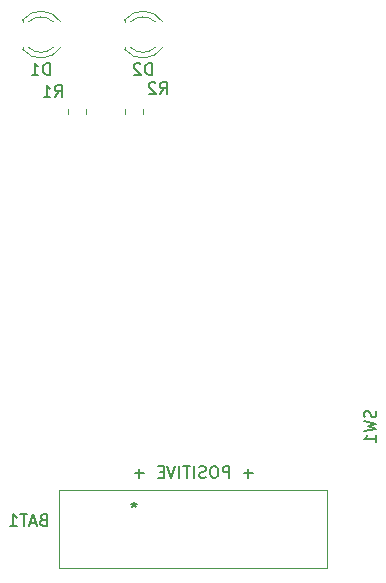
<source format=gbr>
%TF.GenerationSoftware,KiCad,Pcbnew,(5.1.9-0-10_14)*%
%TF.CreationDate,2021-10-18T10:10:58-07:00*%
%TF.ProjectId,cat_pcb_2,6361745f-7063-4625-9f32-2e6b69636164,rev?*%
%TF.SameCoordinates,Original*%
%TF.FileFunction,Legend,Bot*%
%TF.FilePolarity,Positive*%
%FSLAX46Y46*%
G04 Gerber Fmt 4.6, Leading zero omitted, Abs format (unit mm)*
G04 Created by KiCad (PCBNEW (5.1.9-0-10_14)) date 2021-10-18 10:10:58*
%MOMM*%
%LPD*%
G01*
G04 APERTURE LIST*
%ADD10C,0.150000*%
%ADD11C,0.120000*%
G04 APERTURE END LIST*
D10*
X154098000Y-106751428D02*
X153336095Y-106751428D01*
X153717047Y-107132380D02*
X153717047Y-106370476D01*
X152098000Y-107132380D02*
X152098000Y-106132380D01*
X151717047Y-106132380D01*
X151621809Y-106180000D01*
X151574190Y-106227619D01*
X151526571Y-106322857D01*
X151526571Y-106465714D01*
X151574190Y-106560952D01*
X151621809Y-106608571D01*
X151717047Y-106656190D01*
X152098000Y-106656190D01*
X150907523Y-106132380D02*
X150717047Y-106132380D01*
X150621809Y-106180000D01*
X150526571Y-106275238D01*
X150478952Y-106465714D01*
X150478952Y-106799047D01*
X150526571Y-106989523D01*
X150621809Y-107084761D01*
X150717047Y-107132380D01*
X150907523Y-107132380D01*
X151002761Y-107084761D01*
X151098000Y-106989523D01*
X151145619Y-106799047D01*
X151145619Y-106465714D01*
X151098000Y-106275238D01*
X151002761Y-106180000D01*
X150907523Y-106132380D01*
X150098000Y-107084761D02*
X149955142Y-107132380D01*
X149717047Y-107132380D01*
X149621809Y-107084761D01*
X149574190Y-107037142D01*
X149526571Y-106941904D01*
X149526571Y-106846666D01*
X149574190Y-106751428D01*
X149621809Y-106703809D01*
X149717047Y-106656190D01*
X149907523Y-106608571D01*
X150002761Y-106560952D01*
X150050380Y-106513333D01*
X150098000Y-106418095D01*
X150098000Y-106322857D01*
X150050380Y-106227619D01*
X150002761Y-106180000D01*
X149907523Y-106132380D01*
X149669428Y-106132380D01*
X149526571Y-106180000D01*
X149098000Y-107132380D02*
X149098000Y-106132380D01*
X148764666Y-106132380D02*
X148193238Y-106132380D01*
X148478952Y-107132380D02*
X148478952Y-106132380D01*
X147859904Y-107132380D02*
X147859904Y-106132380D01*
X147526571Y-106132380D02*
X147193238Y-107132380D01*
X146859904Y-106132380D01*
X146526571Y-106608571D02*
X146193238Y-106608571D01*
X146050380Y-107132380D02*
X146526571Y-107132380D01*
X146526571Y-106132380D01*
X146050380Y-106132380D01*
X144859904Y-106751428D02*
X144098000Y-106751428D01*
X144478952Y-107132380D02*
X144478952Y-106370476D01*
D11*
%TO.C,BAT1*%
X137689600Y-108135547D02*
X160346400Y-108135547D01*
X160346400Y-108135547D02*
X160346400Y-114790347D01*
X160346400Y-114790347D02*
X137689600Y-114790347D01*
X137689600Y-114790347D02*
X137689600Y-108135547D01*
%TO.C,R2*%
X143283000Y-76323564D02*
X143283000Y-75869436D01*
X144753000Y-76323564D02*
X144753000Y-75869436D01*
%TO.C,R1*%
X138457000Y-76323564D02*
X138457000Y-75869436D01*
X139927000Y-76323564D02*
X139927000Y-75869436D01*
%TO.C,D2*%
X143220000Y-68516000D02*
X143220000Y-68360000D01*
X143220000Y-70832000D02*
X143220000Y-70676000D01*
X145821130Y-68516163D02*
G75*
G03*
X143739039Y-68516000I-1041130J-1079837D01*
G01*
X145821130Y-70675837D02*
G75*
G02*
X143739039Y-70676000I-1041130J1079837D01*
G01*
X146452335Y-68517392D02*
G75*
G03*
X143220000Y-68360484I-1672335J-1078608D01*
G01*
X146452335Y-70674608D02*
G75*
G02*
X143220000Y-70831516I-1672335J1078608D01*
G01*
%TO.C,D1*%
X134584000Y-68516000D02*
X134584000Y-68360000D01*
X134584000Y-70832000D02*
X134584000Y-70676000D01*
X137185130Y-68516163D02*
G75*
G03*
X135103039Y-68516000I-1041130J-1079837D01*
G01*
X137185130Y-70675837D02*
G75*
G02*
X135103039Y-70676000I-1041130J1079837D01*
G01*
X137816335Y-68517392D02*
G75*
G03*
X134584000Y-68360484I-1672335J-1078608D01*
G01*
X137816335Y-70674608D02*
G75*
G02*
X134584000Y-70831516I-1672335J1078608D01*
G01*
%TO.C,BAT1*%
D10*
X136342285Y-110672571D02*
X136199428Y-110720190D01*
X136151809Y-110767809D01*
X136104190Y-110863047D01*
X136104190Y-111005904D01*
X136151809Y-111101142D01*
X136199428Y-111148761D01*
X136294666Y-111196380D01*
X136675619Y-111196380D01*
X136675619Y-110196380D01*
X136342285Y-110196380D01*
X136247047Y-110244000D01*
X136199428Y-110291619D01*
X136151809Y-110386857D01*
X136151809Y-110482095D01*
X136199428Y-110577333D01*
X136247047Y-110624952D01*
X136342285Y-110672571D01*
X136675619Y-110672571D01*
X135723238Y-110910666D02*
X135247047Y-110910666D01*
X135818476Y-111196380D02*
X135485142Y-110196380D01*
X135151809Y-111196380D01*
X134961333Y-110196380D02*
X134389904Y-110196380D01*
X134675619Y-111196380D02*
X134675619Y-110196380D01*
X133532761Y-111196380D02*
X134104190Y-111196380D01*
X133818476Y-111196380D02*
X133818476Y-110196380D01*
X133913714Y-110339238D01*
X134008952Y-110434476D01*
X134104190Y-110482095D01*
X144018000Y-109180380D02*
X144018000Y-109418476D01*
X144256095Y-109323238D02*
X144018000Y-109418476D01*
X143779904Y-109323238D01*
X144160857Y-109608952D02*
X144018000Y-109418476D01*
X143875142Y-109608952D01*
%TO.C,SW1*%
X164480761Y-101423666D02*
X164528380Y-101566523D01*
X164528380Y-101804619D01*
X164480761Y-101899857D01*
X164433142Y-101947476D01*
X164337904Y-101995095D01*
X164242666Y-101995095D01*
X164147428Y-101947476D01*
X164099809Y-101899857D01*
X164052190Y-101804619D01*
X164004571Y-101614142D01*
X163956952Y-101518904D01*
X163909333Y-101471285D01*
X163814095Y-101423666D01*
X163718857Y-101423666D01*
X163623619Y-101471285D01*
X163576000Y-101518904D01*
X163528380Y-101614142D01*
X163528380Y-101852238D01*
X163576000Y-101995095D01*
X163528380Y-102328428D02*
X164528380Y-102566523D01*
X163814095Y-102757000D01*
X164528380Y-102947476D01*
X163528380Y-103185571D01*
X164528380Y-104090333D02*
X164528380Y-103518904D01*
X164528380Y-103804619D02*
X163528380Y-103804619D01*
X163671238Y-103709380D01*
X163766476Y-103614142D01*
X163814095Y-103518904D01*
%TO.C,R2*%
X146216666Y-74620380D02*
X146550000Y-74144190D01*
X146788095Y-74620380D02*
X146788095Y-73620380D01*
X146407142Y-73620380D01*
X146311904Y-73668000D01*
X146264285Y-73715619D01*
X146216666Y-73810857D01*
X146216666Y-73953714D01*
X146264285Y-74048952D01*
X146311904Y-74096571D01*
X146407142Y-74144190D01*
X146788095Y-74144190D01*
X145835714Y-73715619D02*
X145788095Y-73668000D01*
X145692857Y-73620380D01*
X145454761Y-73620380D01*
X145359523Y-73668000D01*
X145311904Y-73715619D01*
X145264285Y-73810857D01*
X145264285Y-73906095D01*
X145311904Y-74048952D01*
X145883333Y-74620380D01*
X145264285Y-74620380D01*
%TO.C,R1*%
X137326666Y-74874380D02*
X137660000Y-74398190D01*
X137898095Y-74874380D02*
X137898095Y-73874380D01*
X137517142Y-73874380D01*
X137421904Y-73922000D01*
X137374285Y-73969619D01*
X137326666Y-74064857D01*
X137326666Y-74207714D01*
X137374285Y-74302952D01*
X137421904Y-74350571D01*
X137517142Y-74398190D01*
X137898095Y-74398190D01*
X136374285Y-74874380D02*
X136945714Y-74874380D01*
X136660000Y-74874380D02*
X136660000Y-73874380D01*
X136755238Y-74017238D01*
X136850476Y-74112476D01*
X136945714Y-74160095D01*
%TO.C,D2*%
X145518095Y-73008380D02*
X145518095Y-72008380D01*
X145280000Y-72008380D01*
X145137142Y-72056000D01*
X145041904Y-72151238D01*
X144994285Y-72246476D01*
X144946666Y-72436952D01*
X144946666Y-72579809D01*
X144994285Y-72770285D01*
X145041904Y-72865523D01*
X145137142Y-72960761D01*
X145280000Y-73008380D01*
X145518095Y-73008380D01*
X144565714Y-72103619D02*
X144518095Y-72056000D01*
X144422857Y-72008380D01*
X144184761Y-72008380D01*
X144089523Y-72056000D01*
X144041904Y-72103619D01*
X143994285Y-72198857D01*
X143994285Y-72294095D01*
X144041904Y-72436952D01*
X144613333Y-73008380D01*
X143994285Y-73008380D01*
%TO.C,D1*%
X136882095Y-73008380D02*
X136882095Y-72008380D01*
X136644000Y-72008380D01*
X136501142Y-72056000D01*
X136405904Y-72151238D01*
X136358285Y-72246476D01*
X136310666Y-72436952D01*
X136310666Y-72579809D01*
X136358285Y-72770285D01*
X136405904Y-72865523D01*
X136501142Y-72960761D01*
X136644000Y-73008380D01*
X136882095Y-73008380D01*
X135358285Y-73008380D02*
X135929714Y-73008380D01*
X135644000Y-73008380D02*
X135644000Y-72008380D01*
X135739238Y-72151238D01*
X135834476Y-72246476D01*
X135929714Y-72294095D01*
%TD*%
M02*

</source>
